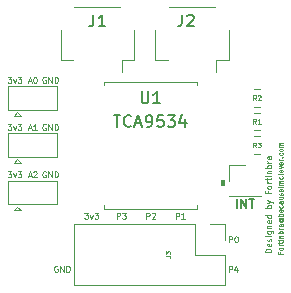
<source format=gbr>
%TF.GenerationSoftware,KiCad,Pcbnew,(6.0.7)*%
%TF.CreationDate,2022-10-09T22:01:22-05:00*%
%TF.ProjectId,TCA9534,54434139-3533-4342-9e6b-696361645f70,1.0*%
%TF.SameCoordinates,Original*%
%TF.FileFunction,Legend,Top*%
%TF.FilePolarity,Positive*%
%FSLAX46Y46*%
G04 Gerber Fmt 4.6, Leading zero omitted, Abs format (unit mm)*
G04 Created by KiCad (PCBNEW (6.0.7)) date 2022-10-09 22:01:22*
%MOMM*%
%LPD*%
G01*
G04 APERTURE LIST*
%ADD10C,0.125000*%
%ADD11C,0.100000*%
%ADD12C,0.150000*%
%ADD13C,0.120000*%
G04 APERTURE END LIST*
D10*
X162119047Y-80250000D02*
X162071428Y-80226190D01*
X162000000Y-80226190D01*
X161928571Y-80250000D01*
X161880952Y-80297619D01*
X161857142Y-80345238D01*
X161833333Y-80440476D01*
X161833333Y-80511904D01*
X161857142Y-80607142D01*
X161880952Y-80654761D01*
X161928571Y-80702380D01*
X162000000Y-80726190D01*
X162047619Y-80726190D01*
X162119047Y-80702380D01*
X162142857Y-80678571D01*
X162142857Y-80511904D01*
X162047619Y-80511904D01*
X162357142Y-80726190D02*
X162357142Y-80226190D01*
X162642857Y-80726190D01*
X162642857Y-80226190D01*
X162880952Y-80726190D02*
X162880952Y-80226190D01*
X163000000Y-80226190D01*
X163071428Y-80250000D01*
X163119047Y-80297619D01*
X163142857Y-80345238D01*
X163166666Y-80440476D01*
X163166666Y-80511904D01*
X163142857Y-80607142D01*
X163119047Y-80654761D01*
X163071428Y-80702380D01*
X163000000Y-80726190D01*
X162880952Y-80726190D01*
X177630952Y-96726190D02*
X177630952Y-96226190D01*
X177821428Y-96226190D01*
X177869047Y-96250000D01*
X177892857Y-96273809D01*
X177916666Y-96321428D01*
X177916666Y-96392857D01*
X177892857Y-96440476D01*
X177869047Y-96464285D01*
X177821428Y-96488095D01*
X177630952Y-96488095D01*
X178345238Y-96392857D02*
X178345238Y-96726190D01*
X178226190Y-96202380D02*
X178107142Y-96559523D01*
X178416666Y-96559523D01*
D11*
X181971428Y-95071428D02*
X181971428Y-95204761D01*
X182180952Y-95204761D02*
X181780952Y-95204761D01*
X181780952Y-95014285D01*
X182180952Y-94804761D02*
X182161904Y-94842857D01*
X182142857Y-94861904D01*
X182104761Y-94880952D01*
X181990476Y-94880952D01*
X181952380Y-94861904D01*
X181933333Y-94842857D01*
X181914285Y-94804761D01*
X181914285Y-94747619D01*
X181933333Y-94709523D01*
X181952380Y-94690476D01*
X181990476Y-94671428D01*
X182104761Y-94671428D01*
X182142857Y-94690476D01*
X182161904Y-94709523D01*
X182180952Y-94747619D01*
X182180952Y-94804761D01*
X182180952Y-94500000D02*
X181914285Y-94500000D01*
X181990476Y-94500000D02*
X181952380Y-94480952D01*
X181933333Y-94461904D01*
X181914285Y-94423809D01*
X181914285Y-94385714D01*
X181914285Y-94309523D02*
X181914285Y-94157142D01*
X181780952Y-94252380D02*
X182123809Y-94252380D01*
X182161904Y-94233333D01*
X182180952Y-94195238D01*
X182180952Y-94157142D01*
X182180952Y-94023809D02*
X181914285Y-94023809D01*
X181780952Y-94023809D02*
X181800000Y-94042857D01*
X181819047Y-94023809D01*
X181800000Y-94004761D01*
X181780952Y-94023809D01*
X181819047Y-94023809D01*
X181914285Y-93833333D02*
X182180952Y-93833333D01*
X181952380Y-93833333D02*
X181933333Y-93814285D01*
X181914285Y-93776190D01*
X181914285Y-93719047D01*
X181933333Y-93680952D01*
X181971428Y-93661904D01*
X182180952Y-93661904D01*
X182180952Y-93471428D02*
X181780952Y-93471428D01*
X181933333Y-93471428D02*
X181914285Y-93433333D01*
X181914285Y-93357142D01*
X181933333Y-93319047D01*
X181952380Y-93300000D01*
X181990476Y-93280952D01*
X182104761Y-93280952D01*
X182142857Y-93300000D01*
X182161904Y-93319047D01*
X182180952Y-93357142D01*
X182180952Y-93433333D01*
X182161904Y-93471428D01*
X182180952Y-93109523D02*
X181914285Y-93109523D01*
X181990476Y-93109523D02*
X181952380Y-93090476D01*
X181933333Y-93071428D01*
X181914285Y-93033333D01*
X181914285Y-92995238D01*
X182180952Y-92690476D02*
X181971428Y-92690476D01*
X181933333Y-92709523D01*
X181914285Y-92747619D01*
X181914285Y-92823809D01*
X181933333Y-92861904D01*
X182161904Y-92690476D02*
X182180952Y-92728571D01*
X182180952Y-92823809D01*
X182161904Y-92861904D01*
X182123809Y-92880952D01*
X182085714Y-92880952D01*
X182047619Y-92861904D01*
X182028571Y-92823809D01*
X182028571Y-92728571D01*
X182009523Y-92690476D01*
X181990476Y-92252380D02*
X181971428Y-92271428D01*
X181952380Y-92309523D01*
X181952380Y-92347619D01*
X181971428Y-92385714D01*
X181990476Y-92404761D01*
X182028571Y-92423809D01*
X182066666Y-92423809D01*
X182104761Y-92404761D01*
X182123809Y-92385714D01*
X182142857Y-92347619D01*
X182142857Y-92309523D01*
X182123809Y-92271428D01*
X182104761Y-92252380D01*
X181952380Y-92252380D02*
X182104761Y-92252380D01*
X182123809Y-92233333D01*
X182123809Y-92214285D01*
X182104761Y-92176190D01*
X182066666Y-92157142D01*
X181971428Y-92157142D01*
X181914285Y-92195238D01*
X181876190Y-92252380D01*
X181857142Y-92328571D01*
X181876190Y-92404761D01*
X181914285Y-92461904D01*
X181971428Y-92500000D01*
X182047619Y-92519047D01*
X182123809Y-92500000D01*
X182180952Y-92461904D01*
X182219047Y-92404761D01*
X182238095Y-92328571D01*
X182219047Y-92252380D01*
X182180952Y-92195238D01*
X182180952Y-91985714D02*
X181780952Y-91985714D01*
X181933333Y-91985714D02*
X181914285Y-91947619D01*
X181914285Y-91871428D01*
X181933333Y-91833333D01*
X181952380Y-91814285D01*
X181990476Y-91795238D01*
X182104761Y-91795238D01*
X182142857Y-91814285D01*
X182161904Y-91833333D01*
X182180952Y-91871428D01*
X182180952Y-91947619D01*
X182161904Y-91985714D01*
X182161904Y-91471428D02*
X182180952Y-91509523D01*
X182180952Y-91585714D01*
X182161904Y-91623809D01*
X182123809Y-91642857D01*
X181971428Y-91642857D01*
X181933333Y-91623809D01*
X181914285Y-91585714D01*
X181914285Y-91509523D01*
X181933333Y-91471428D01*
X181971428Y-91452380D01*
X182009523Y-91452380D01*
X182047619Y-91642857D01*
X182161904Y-91109523D02*
X182180952Y-91147619D01*
X182180952Y-91223809D01*
X182161904Y-91261904D01*
X182142857Y-91280952D01*
X182104761Y-91300000D01*
X181990476Y-91300000D01*
X181952380Y-91280952D01*
X181933333Y-91261904D01*
X181914285Y-91223809D01*
X181914285Y-91147619D01*
X181933333Y-91109523D01*
X182180952Y-90766666D02*
X181971428Y-90766666D01*
X181933333Y-90785714D01*
X181914285Y-90823809D01*
X181914285Y-90900000D01*
X181933333Y-90938095D01*
X182161904Y-90766666D02*
X182180952Y-90804761D01*
X182180952Y-90900000D01*
X182161904Y-90938095D01*
X182123809Y-90957142D01*
X182085714Y-90957142D01*
X182047619Y-90938095D01*
X182028571Y-90900000D01*
X182028571Y-90804761D01*
X182009523Y-90766666D01*
X181914285Y-90404761D02*
X182180952Y-90404761D01*
X181914285Y-90576190D02*
X182123809Y-90576190D01*
X182161904Y-90557142D01*
X182180952Y-90519047D01*
X182180952Y-90461904D01*
X182161904Y-90423809D01*
X182142857Y-90404761D01*
X182161904Y-90233333D02*
X182180952Y-90195238D01*
X182180952Y-90119047D01*
X182161904Y-90080952D01*
X182123809Y-90061904D01*
X182104761Y-90061904D01*
X182066666Y-90080952D01*
X182047619Y-90119047D01*
X182047619Y-90176190D01*
X182028571Y-90214285D01*
X181990476Y-90233333D01*
X181971428Y-90233333D01*
X181933333Y-90214285D01*
X181914285Y-90176190D01*
X181914285Y-90119047D01*
X181933333Y-90080952D01*
X182161904Y-89738095D02*
X182180952Y-89776190D01*
X182180952Y-89852380D01*
X182161904Y-89890476D01*
X182123809Y-89909523D01*
X181971428Y-89909523D01*
X181933333Y-89890476D01*
X181914285Y-89852380D01*
X181914285Y-89776190D01*
X181933333Y-89738095D01*
X181971428Y-89719047D01*
X182009523Y-89719047D01*
X182047619Y-89909523D01*
X182180952Y-89547619D02*
X181914285Y-89547619D01*
X181780952Y-89547619D02*
X181800000Y-89566666D01*
X181819047Y-89547619D01*
X181800000Y-89528571D01*
X181780952Y-89547619D01*
X181819047Y-89547619D01*
X182180952Y-89357142D02*
X181914285Y-89357142D01*
X181952380Y-89357142D02*
X181933333Y-89338095D01*
X181914285Y-89300000D01*
X181914285Y-89242857D01*
X181933333Y-89204761D01*
X181971428Y-89185714D01*
X182180952Y-89185714D01*
X181971428Y-89185714D02*
X181933333Y-89166666D01*
X181914285Y-89128571D01*
X181914285Y-89071428D01*
X181933333Y-89033333D01*
X181971428Y-89014285D01*
X182180952Y-89014285D01*
X182161904Y-88652380D02*
X182180952Y-88690476D01*
X182180952Y-88766666D01*
X182161904Y-88804761D01*
X182142857Y-88823809D01*
X182104761Y-88842857D01*
X181990476Y-88842857D01*
X181952380Y-88823809D01*
X181933333Y-88804761D01*
X181914285Y-88766666D01*
X181914285Y-88690476D01*
X181933333Y-88652380D01*
X182180952Y-88423809D02*
X182161904Y-88461904D01*
X182123809Y-88480952D01*
X181780952Y-88480952D01*
X182161904Y-88119047D02*
X182180952Y-88157142D01*
X182180952Y-88233333D01*
X182161904Y-88271428D01*
X182123809Y-88290476D01*
X181971428Y-88290476D01*
X181933333Y-88271428D01*
X181914285Y-88233333D01*
X181914285Y-88157142D01*
X181933333Y-88119047D01*
X181971428Y-88100000D01*
X182009523Y-88100000D01*
X182047619Y-88290476D01*
X181914285Y-87966666D02*
X182180952Y-87871428D01*
X181914285Y-87776190D01*
X182161904Y-87471428D02*
X182180952Y-87509523D01*
X182180952Y-87585714D01*
X182161904Y-87623809D01*
X182123809Y-87642857D01*
X181971428Y-87642857D01*
X181933333Y-87623809D01*
X181914285Y-87585714D01*
X181914285Y-87509523D01*
X181933333Y-87471428D01*
X181971428Y-87452380D01*
X182009523Y-87452380D01*
X182047619Y-87642857D01*
X182180952Y-87280952D02*
X181914285Y-87280952D01*
X181990476Y-87280952D02*
X181952380Y-87261904D01*
X181933333Y-87242857D01*
X181914285Y-87204761D01*
X181914285Y-87166666D01*
X182142857Y-87033333D02*
X182161904Y-87014285D01*
X182180952Y-87033333D01*
X182161904Y-87052380D01*
X182142857Y-87033333D01*
X182180952Y-87033333D01*
X182161904Y-86671428D02*
X182180952Y-86709523D01*
X182180952Y-86785714D01*
X182161904Y-86823809D01*
X182142857Y-86842857D01*
X182104761Y-86861904D01*
X181990476Y-86861904D01*
X181952380Y-86842857D01*
X181933333Y-86823809D01*
X181914285Y-86785714D01*
X181914285Y-86709523D01*
X181933333Y-86671428D01*
X182180952Y-86442857D02*
X182161904Y-86480952D01*
X182142857Y-86500000D01*
X182104761Y-86519047D01*
X181990476Y-86519047D01*
X181952380Y-86500000D01*
X181933333Y-86480952D01*
X181914285Y-86442857D01*
X181914285Y-86385714D01*
X181933333Y-86347619D01*
X181952380Y-86328571D01*
X181990476Y-86309523D01*
X182104761Y-86309523D01*
X182142857Y-86328571D01*
X182161904Y-86347619D01*
X182180952Y-86385714D01*
X182180952Y-86442857D01*
X182180952Y-86138095D02*
X181914285Y-86138095D01*
X181952380Y-86138095D02*
X181933333Y-86119047D01*
X181914285Y-86080952D01*
X181914285Y-86023809D01*
X181933333Y-85985714D01*
X181971428Y-85966666D01*
X182180952Y-85966666D01*
X181971428Y-85966666D02*
X181933333Y-85947619D01*
X181914285Y-85909523D01*
X181914285Y-85852380D01*
X181933333Y-85814285D01*
X181971428Y-85795238D01*
X182180952Y-85795238D01*
D10*
X158904761Y-84226190D02*
X159214285Y-84226190D01*
X159047619Y-84416666D01*
X159119047Y-84416666D01*
X159166666Y-84440476D01*
X159190476Y-84464285D01*
X159214285Y-84511904D01*
X159214285Y-84630952D01*
X159190476Y-84678571D01*
X159166666Y-84702380D01*
X159119047Y-84726190D01*
X158976190Y-84726190D01*
X158928571Y-84702380D01*
X158904761Y-84678571D01*
X159380952Y-84392857D02*
X159500000Y-84726190D01*
X159619047Y-84392857D01*
X159761904Y-84226190D02*
X160071428Y-84226190D01*
X159904761Y-84416666D01*
X159976190Y-84416666D01*
X160023809Y-84440476D01*
X160047619Y-84464285D01*
X160071428Y-84511904D01*
X160071428Y-84630952D01*
X160047619Y-84678571D01*
X160023809Y-84702380D01*
X159976190Y-84726190D01*
X159833333Y-84726190D01*
X159785714Y-84702380D01*
X159761904Y-84678571D01*
X160642857Y-88583333D02*
X160880952Y-88583333D01*
X160595238Y-88726190D02*
X160761904Y-88226190D01*
X160928571Y-88726190D01*
X161071428Y-88273809D02*
X161095238Y-88250000D01*
X161142857Y-88226190D01*
X161261904Y-88226190D01*
X161309523Y-88250000D01*
X161333333Y-88273809D01*
X161357142Y-88321428D01*
X161357142Y-88369047D01*
X161333333Y-88440476D01*
X161047619Y-88726190D01*
X161357142Y-88726190D01*
X160642857Y-84583333D02*
X160880952Y-84583333D01*
X160595238Y-84726190D02*
X160761904Y-84226190D01*
X160928571Y-84726190D01*
X161357142Y-84726190D02*
X161071428Y-84726190D01*
X161214285Y-84726190D02*
X161214285Y-84226190D01*
X161166666Y-84297619D01*
X161119047Y-84345238D01*
X161071428Y-84369047D01*
X173130952Y-92226190D02*
X173130952Y-91726190D01*
X173321428Y-91726190D01*
X173369047Y-91750000D01*
X173392857Y-91773809D01*
X173416666Y-91821428D01*
X173416666Y-91892857D01*
X173392857Y-91940476D01*
X173369047Y-91964285D01*
X173321428Y-91988095D01*
X173130952Y-91988095D01*
X173892857Y-92226190D02*
X173607142Y-92226190D01*
X173750000Y-92226190D02*
X173750000Y-91726190D01*
X173702380Y-91797619D01*
X173654761Y-91845238D01*
X173607142Y-91869047D01*
X158904761Y-80226190D02*
X159214285Y-80226190D01*
X159047619Y-80416666D01*
X159119047Y-80416666D01*
X159166666Y-80440476D01*
X159190476Y-80464285D01*
X159214285Y-80511904D01*
X159214285Y-80630952D01*
X159190476Y-80678571D01*
X159166666Y-80702380D01*
X159119047Y-80726190D01*
X158976190Y-80726190D01*
X158928571Y-80702380D01*
X158904761Y-80678571D01*
X159380952Y-80392857D02*
X159500000Y-80726190D01*
X159619047Y-80392857D01*
X159761904Y-80226190D02*
X160071428Y-80226190D01*
X159904761Y-80416666D01*
X159976190Y-80416666D01*
X160023809Y-80440476D01*
X160047619Y-80464285D01*
X160071428Y-80511904D01*
X160071428Y-80630952D01*
X160047619Y-80678571D01*
X160023809Y-80702380D01*
X159976190Y-80726190D01*
X159833333Y-80726190D01*
X159785714Y-80702380D01*
X159761904Y-80678571D01*
X162119047Y-88250000D02*
X162071428Y-88226190D01*
X162000000Y-88226190D01*
X161928571Y-88250000D01*
X161880952Y-88297619D01*
X161857142Y-88345238D01*
X161833333Y-88440476D01*
X161833333Y-88511904D01*
X161857142Y-88607142D01*
X161880952Y-88654761D01*
X161928571Y-88702380D01*
X162000000Y-88726190D01*
X162047619Y-88726190D01*
X162119047Y-88702380D01*
X162142857Y-88678571D01*
X162142857Y-88511904D01*
X162047619Y-88511904D01*
X162357142Y-88726190D02*
X162357142Y-88226190D01*
X162642857Y-88726190D01*
X162642857Y-88226190D01*
X162880952Y-88726190D02*
X162880952Y-88226190D01*
X163000000Y-88226190D01*
X163071428Y-88250000D01*
X163119047Y-88297619D01*
X163142857Y-88345238D01*
X163166666Y-88440476D01*
X163166666Y-88511904D01*
X163142857Y-88607142D01*
X163119047Y-88654761D01*
X163071428Y-88702380D01*
X163000000Y-88726190D01*
X162880952Y-88726190D01*
X163119047Y-96250000D02*
X163071428Y-96226190D01*
X163000000Y-96226190D01*
X162928571Y-96250000D01*
X162880952Y-96297619D01*
X162857142Y-96345238D01*
X162833333Y-96440476D01*
X162833333Y-96511904D01*
X162857142Y-96607142D01*
X162880952Y-96654761D01*
X162928571Y-96702380D01*
X163000000Y-96726190D01*
X163047619Y-96726190D01*
X163119047Y-96702380D01*
X163142857Y-96678571D01*
X163142857Y-96511904D01*
X163047619Y-96511904D01*
X163357142Y-96726190D02*
X163357142Y-96226190D01*
X163642857Y-96726190D01*
X163642857Y-96226190D01*
X163880952Y-96726190D02*
X163880952Y-96226190D01*
X164000000Y-96226190D01*
X164071428Y-96250000D01*
X164119047Y-96297619D01*
X164142857Y-96345238D01*
X164166666Y-96440476D01*
X164166666Y-96511904D01*
X164142857Y-96607142D01*
X164119047Y-96654761D01*
X164071428Y-96702380D01*
X164000000Y-96726190D01*
X163880952Y-96726190D01*
X177630952Y-94226190D02*
X177630952Y-93726190D01*
X177821428Y-93726190D01*
X177869047Y-93750000D01*
X177892857Y-93773809D01*
X177916666Y-93821428D01*
X177916666Y-93892857D01*
X177892857Y-93940476D01*
X177869047Y-93964285D01*
X177821428Y-93988095D01*
X177630952Y-93988095D01*
X178226190Y-93726190D02*
X178273809Y-93726190D01*
X178321428Y-93750000D01*
X178345238Y-93773809D01*
X178369047Y-93821428D01*
X178392857Y-93916666D01*
X178392857Y-94035714D01*
X178369047Y-94130952D01*
X178345238Y-94178571D01*
X178321428Y-94202380D01*
X178273809Y-94226190D01*
X178226190Y-94226190D01*
X178178571Y-94202380D01*
X178154761Y-94178571D01*
X178130952Y-94130952D01*
X178107142Y-94035714D01*
X178107142Y-93916666D01*
X178130952Y-93821428D01*
X178154761Y-93773809D01*
X178178571Y-93750000D01*
X178226190Y-93726190D01*
X170630952Y-92226190D02*
X170630952Y-91726190D01*
X170821428Y-91726190D01*
X170869047Y-91750000D01*
X170892857Y-91773809D01*
X170916666Y-91821428D01*
X170916666Y-91892857D01*
X170892857Y-91940476D01*
X170869047Y-91964285D01*
X170821428Y-91988095D01*
X170630952Y-91988095D01*
X171107142Y-91773809D02*
X171130952Y-91750000D01*
X171178571Y-91726190D01*
X171297619Y-91726190D01*
X171345238Y-91750000D01*
X171369047Y-91773809D01*
X171392857Y-91821428D01*
X171392857Y-91869047D01*
X171369047Y-91940476D01*
X171083333Y-92226190D01*
X171392857Y-92226190D01*
X168130952Y-92226190D02*
X168130952Y-91726190D01*
X168321428Y-91726190D01*
X168369047Y-91750000D01*
X168392857Y-91773809D01*
X168416666Y-91821428D01*
X168416666Y-91892857D01*
X168392857Y-91940476D01*
X168369047Y-91964285D01*
X168321428Y-91988095D01*
X168130952Y-91988095D01*
X168583333Y-91726190D02*
X168892857Y-91726190D01*
X168726190Y-91916666D01*
X168797619Y-91916666D01*
X168845238Y-91940476D01*
X168869047Y-91964285D01*
X168892857Y-92011904D01*
X168892857Y-92130952D01*
X168869047Y-92178571D01*
X168845238Y-92202380D01*
X168797619Y-92226190D01*
X168654761Y-92226190D01*
X168607142Y-92202380D01*
X168583333Y-92178571D01*
X165404761Y-91726190D02*
X165714285Y-91726190D01*
X165547619Y-91916666D01*
X165619047Y-91916666D01*
X165666666Y-91940476D01*
X165690476Y-91964285D01*
X165714285Y-92011904D01*
X165714285Y-92130952D01*
X165690476Y-92178571D01*
X165666666Y-92202380D01*
X165619047Y-92226190D01*
X165476190Y-92226190D01*
X165428571Y-92202380D01*
X165404761Y-92178571D01*
X165880952Y-91892857D02*
X166000000Y-92226190D01*
X166119047Y-91892857D01*
X166261904Y-91726190D02*
X166571428Y-91726190D01*
X166404761Y-91916666D01*
X166476190Y-91916666D01*
X166523809Y-91940476D01*
X166547619Y-91964285D01*
X166571428Y-92011904D01*
X166571428Y-92130952D01*
X166547619Y-92178571D01*
X166523809Y-92202380D01*
X166476190Y-92226190D01*
X166333333Y-92226190D01*
X166285714Y-92202380D01*
X166261904Y-92178571D01*
X160642857Y-80583333D02*
X160880952Y-80583333D01*
X160595238Y-80726190D02*
X160761904Y-80226190D01*
X160928571Y-80726190D01*
X161190476Y-80226190D02*
X161238095Y-80226190D01*
X161285714Y-80250000D01*
X161309523Y-80273809D01*
X161333333Y-80321428D01*
X161357142Y-80416666D01*
X161357142Y-80535714D01*
X161333333Y-80630952D01*
X161309523Y-80678571D01*
X161285714Y-80702380D01*
X161238095Y-80726190D01*
X161190476Y-80726190D01*
X161142857Y-80702380D01*
X161119047Y-80678571D01*
X161095238Y-80630952D01*
X161071428Y-80535714D01*
X161071428Y-80416666D01*
X161095238Y-80321428D01*
X161119047Y-80273809D01*
X161142857Y-80250000D01*
X161190476Y-80226190D01*
X158904761Y-88226190D02*
X159214285Y-88226190D01*
X159047619Y-88416666D01*
X159119047Y-88416666D01*
X159166666Y-88440476D01*
X159190476Y-88464285D01*
X159214285Y-88511904D01*
X159214285Y-88630952D01*
X159190476Y-88678571D01*
X159166666Y-88702380D01*
X159119047Y-88726190D01*
X158976190Y-88726190D01*
X158928571Y-88702380D01*
X158904761Y-88678571D01*
X159380952Y-88392857D02*
X159500000Y-88726190D01*
X159619047Y-88392857D01*
X159761904Y-88226190D02*
X160071428Y-88226190D01*
X159904761Y-88416666D01*
X159976190Y-88416666D01*
X160023809Y-88440476D01*
X160047619Y-88464285D01*
X160071428Y-88511904D01*
X160071428Y-88630952D01*
X160047619Y-88678571D01*
X160023809Y-88702380D01*
X159976190Y-88726190D01*
X159833333Y-88726190D01*
X159785714Y-88702380D01*
X159761904Y-88678571D01*
X162119047Y-84250000D02*
X162071428Y-84226190D01*
X162000000Y-84226190D01*
X161928571Y-84250000D01*
X161880952Y-84297619D01*
X161857142Y-84345238D01*
X161833333Y-84440476D01*
X161833333Y-84511904D01*
X161857142Y-84607142D01*
X161880952Y-84654761D01*
X161928571Y-84702380D01*
X162000000Y-84726190D01*
X162047619Y-84726190D01*
X162119047Y-84702380D01*
X162142857Y-84678571D01*
X162142857Y-84511904D01*
X162047619Y-84511904D01*
X162357142Y-84726190D02*
X162357142Y-84226190D01*
X162642857Y-84726190D01*
X162642857Y-84226190D01*
X162880952Y-84726190D02*
X162880952Y-84226190D01*
X163000000Y-84226190D01*
X163071428Y-84250000D01*
X163119047Y-84297619D01*
X163142857Y-84345238D01*
X163166666Y-84440476D01*
X163166666Y-84511904D01*
X163142857Y-84607142D01*
X163119047Y-84654761D01*
X163071428Y-84702380D01*
X163000000Y-84726190D01*
X162880952Y-84726190D01*
X181226190Y-95047619D02*
X180726190Y-95047619D01*
X180726190Y-94928571D01*
X180750000Y-94857142D01*
X180797619Y-94809523D01*
X180845238Y-94785714D01*
X180940476Y-94761904D01*
X181011904Y-94761904D01*
X181107142Y-94785714D01*
X181154761Y-94809523D01*
X181202380Y-94857142D01*
X181226190Y-94928571D01*
X181226190Y-95047619D01*
X181202380Y-94357142D02*
X181226190Y-94404761D01*
X181226190Y-94500000D01*
X181202380Y-94547619D01*
X181154761Y-94571428D01*
X180964285Y-94571428D01*
X180916666Y-94547619D01*
X180892857Y-94500000D01*
X180892857Y-94404761D01*
X180916666Y-94357142D01*
X180964285Y-94333333D01*
X181011904Y-94333333D01*
X181059523Y-94571428D01*
X181202380Y-94142857D02*
X181226190Y-94095238D01*
X181226190Y-94000000D01*
X181202380Y-93952380D01*
X181154761Y-93928571D01*
X181130952Y-93928571D01*
X181083333Y-93952380D01*
X181059523Y-94000000D01*
X181059523Y-94071428D01*
X181035714Y-94119047D01*
X180988095Y-94142857D01*
X180964285Y-94142857D01*
X180916666Y-94119047D01*
X180892857Y-94071428D01*
X180892857Y-94000000D01*
X180916666Y-93952380D01*
X181226190Y-93714285D02*
X180892857Y-93714285D01*
X180726190Y-93714285D02*
X180750000Y-93738095D01*
X180773809Y-93714285D01*
X180750000Y-93690476D01*
X180726190Y-93714285D01*
X180773809Y-93714285D01*
X180892857Y-93261904D02*
X181297619Y-93261904D01*
X181345238Y-93285714D01*
X181369047Y-93309523D01*
X181392857Y-93357142D01*
X181392857Y-93428571D01*
X181369047Y-93476190D01*
X181202380Y-93261904D02*
X181226190Y-93309523D01*
X181226190Y-93404761D01*
X181202380Y-93452380D01*
X181178571Y-93476190D01*
X181130952Y-93500000D01*
X180988095Y-93500000D01*
X180940476Y-93476190D01*
X180916666Y-93452380D01*
X180892857Y-93404761D01*
X180892857Y-93309523D01*
X180916666Y-93261904D01*
X180892857Y-93023809D02*
X181226190Y-93023809D01*
X180940476Y-93023809D02*
X180916666Y-93000000D01*
X180892857Y-92952380D01*
X180892857Y-92880952D01*
X180916666Y-92833333D01*
X180964285Y-92809523D01*
X181226190Y-92809523D01*
X181202380Y-92380952D02*
X181226190Y-92428571D01*
X181226190Y-92523809D01*
X181202380Y-92571428D01*
X181154761Y-92595238D01*
X180964285Y-92595238D01*
X180916666Y-92571428D01*
X180892857Y-92523809D01*
X180892857Y-92428571D01*
X180916666Y-92380952D01*
X180964285Y-92357142D01*
X181011904Y-92357142D01*
X181059523Y-92595238D01*
X181226190Y-91928571D02*
X180726190Y-91928571D01*
X181202380Y-91928571D02*
X181226190Y-91976190D01*
X181226190Y-92071428D01*
X181202380Y-92119047D01*
X181178571Y-92142857D01*
X181130952Y-92166666D01*
X180988095Y-92166666D01*
X180940476Y-92142857D01*
X180916666Y-92119047D01*
X180892857Y-92071428D01*
X180892857Y-91976190D01*
X180916666Y-91928571D01*
X181226190Y-91309523D02*
X180726190Y-91309523D01*
X180916666Y-91309523D02*
X180892857Y-91261904D01*
X180892857Y-91166666D01*
X180916666Y-91119047D01*
X180940476Y-91095238D01*
X180988095Y-91071428D01*
X181130952Y-91071428D01*
X181178571Y-91095238D01*
X181202380Y-91119047D01*
X181226190Y-91166666D01*
X181226190Y-91261904D01*
X181202380Y-91309523D01*
X180892857Y-90904761D02*
X181226190Y-90785714D01*
X180892857Y-90666666D02*
X181226190Y-90785714D01*
X181345238Y-90833333D01*
X181369047Y-90857142D01*
X181392857Y-90904761D01*
X180964285Y-89928571D02*
X180964285Y-90095238D01*
X181226190Y-90095238D02*
X180726190Y-90095238D01*
X180726190Y-89857142D01*
X181226190Y-89595238D02*
X181202380Y-89642857D01*
X181178571Y-89666666D01*
X181130952Y-89690476D01*
X180988095Y-89690476D01*
X180940476Y-89666666D01*
X180916666Y-89642857D01*
X180892857Y-89595238D01*
X180892857Y-89523809D01*
X180916666Y-89476190D01*
X180940476Y-89452380D01*
X180988095Y-89428571D01*
X181130952Y-89428571D01*
X181178571Y-89452380D01*
X181202380Y-89476190D01*
X181226190Y-89523809D01*
X181226190Y-89595238D01*
X181226190Y-89214285D02*
X180892857Y-89214285D01*
X180988095Y-89214285D02*
X180940476Y-89190476D01*
X180916666Y-89166666D01*
X180892857Y-89119047D01*
X180892857Y-89071428D01*
X180892857Y-88976190D02*
X180892857Y-88785714D01*
X180726190Y-88904761D02*
X181154761Y-88904761D01*
X181202380Y-88880952D01*
X181226190Y-88833333D01*
X181226190Y-88785714D01*
X181226190Y-88619047D02*
X180892857Y-88619047D01*
X180726190Y-88619047D02*
X180750000Y-88642857D01*
X180773809Y-88619047D01*
X180750000Y-88595238D01*
X180726190Y-88619047D01*
X180773809Y-88619047D01*
X180892857Y-88380952D02*
X181226190Y-88380952D01*
X180940476Y-88380952D02*
X180916666Y-88357142D01*
X180892857Y-88309523D01*
X180892857Y-88238095D01*
X180916666Y-88190476D01*
X180964285Y-88166666D01*
X181226190Y-88166666D01*
X181226190Y-87928571D02*
X180726190Y-87928571D01*
X180916666Y-87928571D02*
X180892857Y-87880952D01*
X180892857Y-87785714D01*
X180916666Y-87738095D01*
X180940476Y-87714285D01*
X180988095Y-87690476D01*
X181130952Y-87690476D01*
X181178571Y-87714285D01*
X181202380Y-87738095D01*
X181226190Y-87785714D01*
X181226190Y-87880952D01*
X181202380Y-87928571D01*
X181226190Y-87476190D02*
X180892857Y-87476190D01*
X180988095Y-87476190D02*
X180940476Y-87452380D01*
X180916666Y-87428571D01*
X180892857Y-87380952D01*
X180892857Y-87333333D01*
X181226190Y-86952380D02*
X180964285Y-86952380D01*
X180916666Y-86976190D01*
X180892857Y-87023809D01*
X180892857Y-87119047D01*
X180916666Y-87166666D01*
X181202380Y-86952380D02*
X181226190Y-87000000D01*
X181226190Y-87119047D01*
X181202380Y-87166666D01*
X181154761Y-87190476D01*
X181107142Y-87190476D01*
X181059523Y-87166666D01*
X181035714Y-87119047D01*
X181035714Y-87000000D01*
X181011904Y-86952380D01*
D12*
%TO.C,J4*%
X178321428Y-91339285D02*
X178321428Y-90589285D01*
X178678571Y-91339285D02*
X178678571Y-90589285D01*
X179107142Y-91339285D01*
X179107142Y-90589285D01*
X179357142Y-90589285D02*
X179785714Y-90589285D01*
X179571428Y-91339285D02*
X179571428Y-90589285D01*
%TO.C,J2*%
X173666666Y-74952380D02*
X173666666Y-75666666D01*
X173619047Y-75809523D01*
X173523809Y-75904761D01*
X173380952Y-75952380D01*
X173285714Y-75952380D01*
X174095238Y-75047619D02*
X174142857Y-75000000D01*
X174238095Y-74952380D01*
X174476190Y-74952380D01*
X174571428Y-75000000D01*
X174619047Y-75047619D01*
X174666666Y-75142857D01*
X174666666Y-75238095D01*
X174619047Y-75380952D01*
X174047619Y-75952380D01*
X174666666Y-75952380D01*
%TO.C,J1*%
X166166666Y-74952380D02*
X166166666Y-75666666D01*
X166119047Y-75809523D01*
X166023809Y-75904761D01*
X165880952Y-75952380D01*
X165785714Y-75952380D01*
X167166666Y-75952380D02*
X166595238Y-75952380D01*
X166880952Y-75952380D02*
X166880952Y-74952380D01*
X166785714Y-75095238D01*
X166690476Y-75190476D01*
X166595238Y-75238095D01*
D11*
%TO.C,R3*%
X179933333Y-86180952D02*
X179800000Y-85990476D01*
X179704761Y-86180952D02*
X179704761Y-85780952D01*
X179857142Y-85780952D01*
X179895238Y-85800000D01*
X179914285Y-85819047D01*
X179933333Y-85857142D01*
X179933333Y-85914285D01*
X179914285Y-85952380D01*
X179895238Y-85971428D01*
X179857142Y-85990476D01*
X179704761Y-85990476D01*
X180066666Y-85780952D02*
X180314285Y-85780952D01*
X180180952Y-85933333D01*
X180238095Y-85933333D01*
X180276190Y-85952380D01*
X180295238Y-85971428D01*
X180314285Y-86009523D01*
X180314285Y-86104761D01*
X180295238Y-86142857D01*
X180276190Y-86161904D01*
X180238095Y-86180952D01*
X180123809Y-86180952D01*
X180085714Y-86161904D01*
X180066666Y-86142857D01*
%TO.C,R1*%
X179933333Y-84180952D02*
X179800000Y-83990476D01*
X179704761Y-84180952D02*
X179704761Y-83780952D01*
X179857142Y-83780952D01*
X179895238Y-83800000D01*
X179914285Y-83819047D01*
X179933333Y-83857142D01*
X179933333Y-83914285D01*
X179914285Y-83952380D01*
X179895238Y-83971428D01*
X179857142Y-83990476D01*
X179704761Y-83990476D01*
X180314285Y-84180952D02*
X180085714Y-84180952D01*
X180200000Y-84180952D02*
X180200000Y-83780952D01*
X180161904Y-83838095D01*
X180123809Y-83876190D01*
X180085714Y-83895238D01*
%TO.C,R2*%
X179933333Y-82180952D02*
X179800000Y-81990476D01*
X179704761Y-82180952D02*
X179704761Y-81780952D01*
X179857142Y-81780952D01*
X179895238Y-81800000D01*
X179914285Y-81819047D01*
X179933333Y-81857142D01*
X179933333Y-81914285D01*
X179914285Y-81952380D01*
X179895238Y-81971428D01*
X179857142Y-81990476D01*
X179704761Y-81990476D01*
X180085714Y-81819047D02*
X180104761Y-81800000D01*
X180142857Y-81780952D01*
X180238095Y-81780952D01*
X180276190Y-81800000D01*
X180295238Y-81819047D01*
X180314285Y-81857142D01*
X180314285Y-81895238D01*
X180295238Y-81952380D01*
X180066666Y-82180952D01*
X180314285Y-82180952D01*
D12*
%TO.C,U1*%
X170238095Y-81452380D02*
X170238095Y-82261904D01*
X170285714Y-82357142D01*
X170333333Y-82404761D01*
X170428571Y-82452380D01*
X170619047Y-82452380D01*
X170714285Y-82404761D01*
X170761904Y-82357142D01*
X170809523Y-82261904D01*
X170809523Y-81452380D01*
X171809523Y-82452380D02*
X171238095Y-82452380D01*
X171523809Y-82452380D02*
X171523809Y-81452380D01*
X171428571Y-81595238D01*
X171333333Y-81690476D01*
X171238095Y-81738095D01*
X167880952Y-83452380D02*
X168452380Y-83452380D01*
X168166666Y-84452380D02*
X168166666Y-83452380D01*
X169357142Y-84357142D02*
X169309523Y-84404761D01*
X169166666Y-84452380D01*
X169071428Y-84452380D01*
X168928571Y-84404761D01*
X168833333Y-84309523D01*
X168785714Y-84214285D01*
X168738095Y-84023809D01*
X168738095Y-83880952D01*
X168785714Y-83690476D01*
X168833333Y-83595238D01*
X168928571Y-83500000D01*
X169071428Y-83452380D01*
X169166666Y-83452380D01*
X169309523Y-83500000D01*
X169357142Y-83547619D01*
X169738095Y-84166666D02*
X170214285Y-84166666D01*
X169642857Y-84452380D02*
X169976190Y-83452380D01*
X170309523Y-84452380D01*
X170690476Y-84452380D02*
X170880952Y-84452380D01*
X170976190Y-84404761D01*
X171023809Y-84357142D01*
X171119047Y-84214285D01*
X171166666Y-84023809D01*
X171166666Y-83642857D01*
X171119047Y-83547619D01*
X171071428Y-83500000D01*
X170976190Y-83452380D01*
X170785714Y-83452380D01*
X170690476Y-83500000D01*
X170642857Y-83547619D01*
X170595238Y-83642857D01*
X170595238Y-83880952D01*
X170642857Y-83976190D01*
X170690476Y-84023809D01*
X170785714Y-84071428D01*
X170976190Y-84071428D01*
X171071428Y-84023809D01*
X171119047Y-83976190D01*
X171166666Y-83880952D01*
X172071428Y-83452380D02*
X171595238Y-83452380D01*
X171547619Y-83928571D01*
X171595238Y-83880952D01*
X171690476Y-83833333D01*
X171928571Y-83833333D01*
X172023809Y-83880952D01*
X172071428Y-83928571D01*
X172119047Y-84023809D01*
X172119047Y-84261904D01*
X172071428Y-84357142D01*
X172023809Y-84404761D01*
X171928571Y-84452380D01*
X171690476Y-84452380D01*
X171595238Y-84404761D01*
X171547619Y-84357142D01*
X172452380Y-83452380D02*
X173071428Y-83452380D01*
X172738095Y-83833333D01*
X172880952Y-83833333D01*
X172976190Y-83880952D01*
X173023809Y-83928571D01*
X173071428Y-84023809D01*
X173071428Y-84261904D01*
X173023809Y-84357142D01*
X172976190Y-84404761D01*
X172880952Y-84452380D01*
X172595238Y-84452380D01*
X172500000Y-84404761D01*
X172452380Y-84357142D01*
X173928571Y-83785714D02*
X173928571Y-84452380D01*
X173690476Y-83404761D02*
X173452380Y-84119047D01*
X174071428Y-84119047D01*
D11*
%TO.C,J3*%
X172280952Y-95403333D02*
X172566666Y-95403333D01*
X172623809Y-95422380D01*
X172661904Y-95460476D01*
X172680952Y-95517619D01*
X172680952Y-95555714D01*
X172280952Y-95250952D02*
X172280952Y-95003333D01*
X172433333Y-95136666D01*
X172433333Y-95079523D01*
X172452380Y-95041428D01*
X172471428Y-95022380D01*
X172509523Y-95003333D01*
X172604761Y-95003333D01*
X172642857Y-95022380D01*
X172661904Y-95041428D01*
X172680952Y-95079523D01*
X172680952Y-95193809D01*
X172661904Y-95231904D01*
X172642857Y-95250952D01*
D13*
%TO.C,J4*%
X177670000Y-87670000D02*
X179000000Y-87670000D01*
X177670000Y-90270000D02*
X180330000Y-90270000D01*
X177670000Y-90330000D02*
X180330000Y-90330000D01*
X180330000Y-90270000D02*
X180330000Y-90330000D01*
X177670000Y-90270000D02*
X177670000Y-90330000D01*
X177670000Y-89000000D02*
X177670000Y-87670000D01*
%TO.C,J2*%
X177610000Y-78785000D02*
X176560000Y-78785000D01*
X171390000Y-78785000D02*
X172440000Y-78785000D01*
X176440000Y-74315000D02*
X172560000Y-74315000D01*
X176560000Y-78785000D02*
X176560000Y-79775000D01*
X177610000Y-76285000D02*
X177610000Y-78785000D01*
X171390000Y-76285000D02*
X171390000Y-78785000D01*
%TO.C,JP1*%
X158950000Y-83000000D02*
X158950000Y-81000000D01*
X163050000Y-81000000D02*
X163050000Y-83000000D01*
X159700000Y-83200000D02*
X160000000Y-83500000D01*
X159700000Y-83200000D02*
X159400000Y-83500000D01*
X159400000Y-83500000D02*
X160000000Y-83500000D01*
X158950000Y-81000000D02*
X163050000Y-81000000D01*
X163050000Y-83000000D02*
X158950000Y-83000000D01*
%TO.C,J1*%
X168560000Y-78785000D02*
X168560000Y-79775000D01*
X163390000Y-78785000D02*
X164440000Y-78785000D01*
X169610000Y-78785000D02*
X168560000Y-78785000D01*
X168440000Y-74315000D02*
X164560000Y-74315000D01*
X163390000Y-76285000D02*
X163390000Y-78785000D01*
X169610000Y-76285000D02*
X169610000Y-78785000D01*
%TO.C,R3*%
X180227064Y-85265000D02*
X179772936Y-85265000D01*
X180227064Y-86735000D02*
X179772936Y-86735000D01*
%TO.C,R1*%
X180227064Y-84735000D02*
X179772936Y-84735000D01*
X180227064Y-83265000D02*
X179772936Y-83265000D01*
%TO.C,R2*%
X180227064Y-82735000D02*
X179772936Y-82735000D01*
X180227064Y-81265000D02*
X179772936Y-81265000D01*
%TO.C,U1*%
X174924300Y-91372100D02*
X174924300Y-91057140D01*
X174924300Y-80627900D02*
X167075700Y-80627900D01*
X167075700Y-80627900D02*
X167075700Y-80942860D01*
X174924300Y-80942860D02*
X174924300Y-80627900D01*
X167075700Y-91372100D02*
X174924300Y-91372100D01*
X167075700Y-91057140D02*
X167075700Y-91372100D01*
G36*
X177184900Y-89365500D02*
G01*
X176930900Y-89365500D01*
X176930900Y-88984500D01*
X177184900Y-88984500D01*
X177184900Y-89365500D01*
G37*
D11*
X177184900Y-89365500D02*
X176930900Y-89365500D01*
X176930900Y-88984500D01*
X177184900Y-88984500D01*
X177184900Y-89365500D01*
D13*
%TO.C,JP3*%
X158950000Y-89000000D02*
X163050000Y-89000000D01*
X163050000Y-89000000D02*
X163050000Y-91000000D01*
X159700000Y-91200000D02*
X160000000Y-91500000D01*
X163050000Y-91000000D02*
X158950000Y-91000000D01*
X159700000Y-91200000D02*
X159400000Y-91500000D01*
X158950000Y-91000000D02*
X158950000Y-89000000D01*
X159400000Y-91500000D02*
X160000000Y-91500000D01*
%TO.C,JP2*%
X163050000Y-87000000D02*
X158950000Y-87000000D01*
X158950000Y-87000000D02*
X158950000Y-85000000D01*
X158950000Y-85000000D02*
X163050000Y-85000000D01*
X159700000Y-87200000D02*
X159400000Y-87500000D01*
X159700000Y-87200000D02*
X160000000Y-87500000D01*
X163050000Y-85000000D02*
X163050000Y-87000000D01*
X159400000Y-87500000D02*
X160000000Y-87500000D01*
%TO.C,J3*%
X177330000Y-95270000D02*
X177330000Y-97870000D01*
X164510000Y-92670000D02*
X164510000Y-97870000D01*
X176000000Y-92670000D02*
X177330000Y-92670000D01*
X174730000Y-95270000D02*
X177330000Y-95270000D01*
X174730000Y-92670000D02*
X164510000Y-92670000D01*
X177330000Y-97870000D02*
X164510000Y-97870000D01*
X177330000Y-92670000D02*
X177330000Y-94000000D01*
X174730000Y-92670000D02*
X174730000Y-95270000D01*
%TD*%
M02*

</source>
